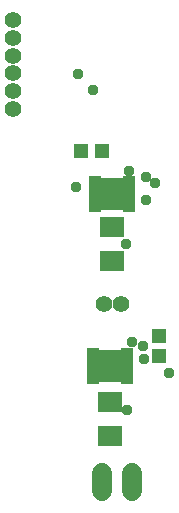
<source format=gbr>
G04 EAGLE Gerber RS-274X export*
G75*
%MOMM*%
%FSLAX34Y34*%
%LPD*%
%INSoldermask Top*%
%IPPOS*%
%AMOC8*
5,1,8,0,0,1.08239X$1,22.5*%
G01*
%ADD10C,1.411200*%
%ADD11C,1.727200*%
%ADD12R,1.015000X0.485000*%
%ADD13R,1.903200X2.703200*%
%ADD14R,1.203200X1.303200*%
%ADD15R,1.303200X1.203200*%
%ADD16R,2.006200X1.803200*%
%ADD17C,0.959600*%


D10*
X23114Y426120D03*
X23114Y351120D03*
X23114Y411120D03*
X23114Y366120D03*
X23114Y381120D03*
X23114Y396120D03*
D11*
X98552Y43178D02*
X98552Y27938D01*
X123952Y27938D02*
X123952Y43178D01*
D12*
X119832Y121046D03*
X119832Y126046D03*
X119832Y131046D03*
X119832Y136046D03*
X119832Y141046D03*
X119832Y146046D03*
X90832Y146046D03*
X90832Y141046D03*
X90832Y136046D03*
X90832Y131046D03*
X90832Y126046D03*
X90832Y121046D03*
D13*
X105332Y133546D03*
D14*
X147066Y142122D03*
X147066Y159122D03*
D15*
X81416Y315722D03*
X98416Y315722D03*
D12*
X121688Y266392D03*
X121688Y271392D03*
X121688Y276392D03*
X121688Y281392D03*
X121688Y286392D03*
X121688Y291392D03*
X92688Y291392D03*
X92688Y286392D03*
X92688Y281392D03*
X92688Y276392D03*
X92688Y271392D03*
X92688Y266392D03*
D13*
X107188Y278892D03*
D16*
X105410Y74172D03*
X105410Y102612D03*
X107188Y222254D03*
X107188Y250694D03*
D10*
X100196Y185928D03*
X115196Y185928D03*
D17*
X133858Y150058D03*
X124574Y154064D03*
X121941Y298471D03*
X135890Y293822D03*
X120239Y96266D03*
X134474Y139700D03*
X119380Y236474D03*
X143256Y288036D03*
X91440Y366776D03*
X136398Y273812D03*
X76962Y284734D03*
X155702Y127254D03*
X78740Y380746D03*
M02*

</source>
